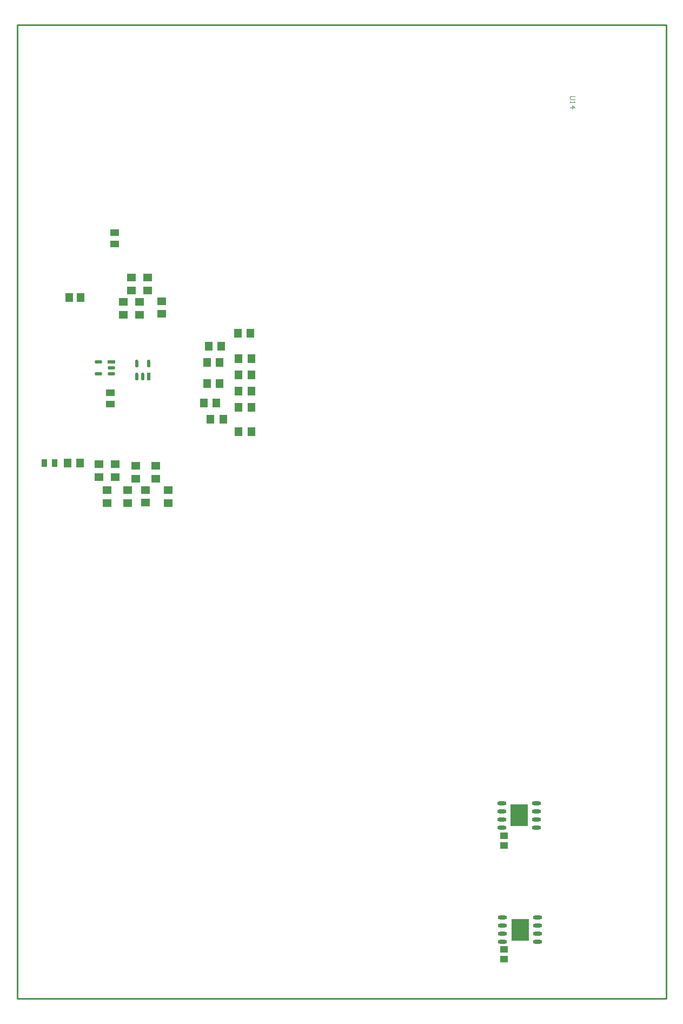
<source format=gbp>
G04*
G04 #@! TF.GenerationSoftware,Altium Limited,Altium Designer,22.6.1 (34)*
G04*
G04 Layer_Color=128*
%FSLAX25Y25*%
%MOIN*%
G70*
G04*
G04 #@! TF.SameCoordinates,26821394-4C13-4CD4-A4B4-11F4951342BE*
G04*
G04*
G04 #@! TF.FilePolarity,Positive*
G04*
G01*
G75*
%ADD12C,0.01000*%
%ADD16C,0.00236*%
%ADD22R,0.03378X0.04969*%
%ADD41R,0.05315X0.03937*%
%ADD120R,0.02095X0.04745*%
G04:AMPARAMS|DCode=121|XSize=47.45mil|YSize=20.95mil|CornerRadius=10.48mil|HoleSize=0mil|Usage=FLASHONLY|Rotation=90.000|XOffset=0mil|YOffset=0mil|HoleType=Round|Shape=RoundedRectangle|*
%AMROUNDEDRECTD121*
21,1,0.04745,0.00000,0,0,90.0*
21,1,0.02650,0.02095,0,0,90.0*
1,1,0.02095,0.00000,0.01325*
1,1,0.02095,0.00000,-0.01325*
1,1,0.02095,0.00000,-0.01325*
1,1,0.02095,0.00000,0.01325*
%
%ADD121ROUNDEDRECTD121*%
%ADD122R,0.04745X0.02095*%
G04:AMPARAMS|DCode=123|XSize=47.45mil|YSize=20.95mil|CornerRadius=10.48mil|HoleSize=0mil|Usage=FLASHONLY|Rotation=180.000|XOffset=0mil|YOffset=0mil|HoleType=Round|Shape=RoundedRectangle|*
%AMROUNDEDRECTD123*
21,1,0.04745,0.00000,0,0,180.0*
21,1,0.02650,0.02095,0,0,180.0*
1,1,0.02095,-0.01325,0.00000*
1,1,0.02095,0.01325,0.00000*
1,1,0.02095,0.01325,0.00000*
1,1,0.02095,-0.01325,0.00000*
%
%ADD123ROUNDEDRECTD123*%
%ADD124R,0.05709X0.04724*%
%ADD125R,0.04528X0.05709*%
%ADD126R,0.04724X0.05709*%
%ADD127O,0.05709X0.02362*%
%ADD128R,0.10669X0.13386*%
%ADD129R,0.04969X0.03955*%
D12*
X100000Y100000D02*
Y700000D01*
X500000D01*
Y100000D02*
Y700000D01*
X100000Y100000D02*
X500000D01*
D16*
X443720Y656100D02*
X441221D01*
X440722Y655601D01*
Y654601D01*
X441221Y654101D01*
X443720D01*
X440722Y653101D02*
Y652102D01*
Y652601D01*
X443720D01*
X443221Y653101D01*
X440722Y649103D02*
X443720D01*
X442221Y650602D01*
Y648603D01*
D22*
X116941Y430000D02*
D03*
X123059D02*
D03*
D41*
X160000Y572087D02*
D03*
Y565000D02*
D03*
X157500Y473543D02*
D03*
Y466457D02*
D03*
D120*
X181240Y483364D02*
D03*
D121*
X177500D02*
D03*
X173760D02*
D03*
Y491636D02*
D03*
X181240D02*
D03*
D122*
X158272Y492500D02*
D03*
D123*
Y488760D02*
D03*
Y485020D02*
D03*
X150000D02*
D03*
Y492500D02*
D03*
D124*
X189000Y529937D02*
D03*
Y522063D02*
D03*
X165575Y521626D02*
D03*
Y529500D02*
D03*
X175575Y521626D02*
D03*
Y529500D02*
D03*
X180575Y536626D02*
D03*
Y544500D02*
D03*
X155575Y405563D02*
D03*
Y413437D02*
D03*
X160575Y421626D02*
D03*
Y429500D02*
D03*
X179129Y405751D02*
D03*
Y413625D02*
D03*
X193075Y413437D02*
D03*
Y405563D02*
D03*
X150575Y421626D02*
D03*
Y429500D02*
D03*
X185575Y428437D02*
D03*
Y420563D02*
D03*
X173075D02*
D03*
Y428437D02*
D03*
X168075Y405563D02*
D03*
Y413437D02*
D03*
X170575Y544500D02*
D03*
Y536626D02*
D03*
D125*
X139020Y532000D02*
D03*
X132130D02*
D03*
D126*
X218063Y502000D02*
D03*
X225937D02*
D03*
X217063Y492000D02*
D03*
X224937D02*
D03*
Y479000D02*
D03*
X217063D02*
D03*
X222937Y467000D02*
D03*
X215063D02*
D03*
X227012Y457000D02*
D03*
X219138D02*
D03*
X236638Y484500D02*
D03*
X244512D02*
D03*
X236638Y494500D02*
D03*
X244512D02*
D03*
X243937Y510000D02*
D03*
X236063D02*
D03*
X244512Y464500D02*
D03*
X236638D02*
D03*
X244512Y449500D02*
D03*
X236638D02*
D03*
X131063Y430000D02*
D03*
X138937D02*
D03*
X236638Y474500D02*
D03*
X244512D02*
D03*
D127*
X398772Y205500D02*
D03*
Y210500D02*
D03*
Y215500D02*
D03*
Y220500D02*
D03*
X420228Y205500D02*
D03*
Y210500D02*
D03*
Y215500D02*
D03*
Y220500D02*
D03*
X420728Y150000D02*
D03*
Y145000D02*
D03*
Y140000D02*
D03*
Y135000D02*
D03*
X399272Y150000D02*
D03*
Y145000D02*
D03*
Y140000D02*
D03*
Y135000D02*
D03*
D128*
X409500Y213000D02*
D03*
X410000Y142500D02*
D03*
D129*
X400000Y194544D02*
D03*
Y200456D02*
D03*
Y124544D02*
D03*
Y130456D02*
D03*
M02*

</source>
